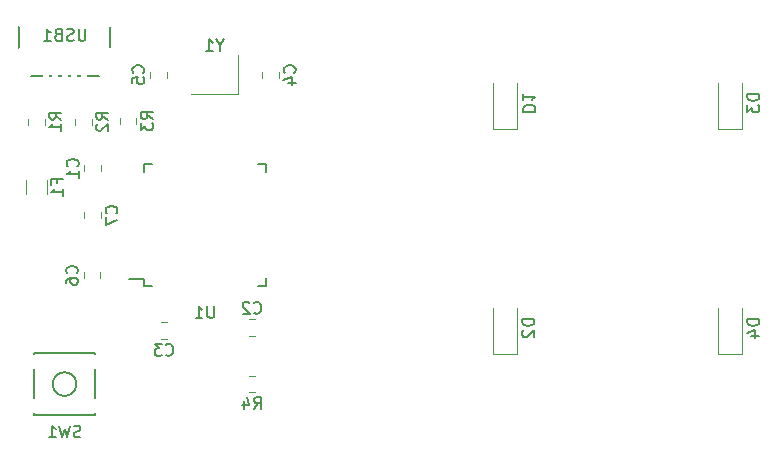
<source format=gbo>
G04 #@! TF.GenerationSoftware,KiCad,Pcbnew,(5.1.4-0-10_14)*
G04 #@! TF.CreationDate,2021-03-21T04:54:58+00:00*
G04 #@! TF.ProjectId,aio3,61696f33-2e6b-4696-9361-645f70636258,rev?*
G04 #@! TF.SameCoordinates,Original*
G04 #@! TF.FileFunction,Legend,Bot*
G04 #@! TF.FilePolarity,Positive*
%FSLAX46Y46*%
G04 Gerber Fmt 4.6, Leading zero omitted, Abs format (unit mm)*
G04 Created by KiCad (PCBNEW (5.1.4-0-10_14)) date 2021-03-21 04:54:58*
%MOMM*%
%LPD*%
G04 APERTURE LIST*
%ADD10C,0.150000*%
%ADD11C,0.120000*%
%ADD12O,1.802000X2.802000*%
%ADD13R,0.602000X2.352000*%
%ADD14R,1.902000X1.202000*%
%ADD15C,0.100000*%
%ADD16C,1.077000*%
%ADD17R,1.502000X1.302000*%
%ADD18R,0.652000X1.602000*%
%ADD19R,1.602000X0.652000*%
%ADD20R,1.302000X1.002000*%
%ADD21C,1.352000*%
%ADD22C,2.352000*%
%ADD23C,2.352000*%
%ADD24C,4.089800*%
%ADD25C,1.852000*%
G04 APERTURE END LIST*
D10*
X78763500Y-63500000D02*
X78763500Y-68950000D01*
X86463500Y-63500000D02*
X86463500Y-68950000D01*
X78763500Y-68950000D02*
X86463500Y-68950000D01*
X85181750Y-92459500D02*
X79981750Y-92459500D01*
X79981750Y-92459500D02*
X79981750Y-97659500D01*
X79981750Y-97659500D02*
X85181750Y-97659500D01*
X85181750Y-97659500D02*
X85181750Y-92459500D01*
X83581750Y-95059500D02*
G75*
G03X83581750Y-95059500I-1000000J0D01*
G01*
D11*
X98198172Y-94349500D02*
X98715328Y-94349500D01*
X98198172Y-95769500D02*
X98715328Y-95769500D01*
X97281750Y-70515750D02*
X93281750Y-70515750D01*
X97281750Y-67215750D02*
X97281750Y-70515750D01*
D10*
X89313000Y-86165750D02*
X88038000Y-86165750D01*
X99663000Y-86740750D02*
X98988000Y-86740750D01*
X99663000Y-76390750D02*
X98988000Y-76390750D01*
X89313000Y-76390750D02*
X89988000Y-76390750D01*
X89313000Y-86740750D02*
X89988000Y-86740750D01*
X89313000Y-76390750D02*
X89313000Y-77065750D01*
X99663000Y-76390750D02*
X99663000Y-77065750D01*
X99663000Y-86740750D02*
X99663000Y-86065750D01*
X89313000Y-86740750D02*
X89313000Y-86165750D01*
D11*
X87237500Y-73029578D02*
X87237500Y-72512422D01*
X88657500Y-73029578D02*
X88657500Y-72512422D01*
X83459250Y-73093078D02*
X83459250Y-72575922D01*
X84879250Y-73093078D02*
X84879250Y-72575922D01*
X98715328Y-91007000D02*
X98198172Y-91007000D01*
X98715328Y-89587000D02*
X98198172Y-89587000D01*
X139938000Y-73497000D02*
X137938000Y-73497000D01*
X137938000Y-73497000D02*
X137938000Y-69597000D01*
X139938000Y-73497000D02*
X139938000Y-69597000D01*
X85673000Y-76544672D02*
X85673000Y-77061828D01*
X84253000Y-76544672D02*
X84253000Y-77061828D01*
X79490500Y-73093078D02*
X79490500Y-72575922D01*
X80910500Y-73093078D02*
X80910500Y-72575922D01*
X90736922Y-89841000D02*
X91254078Y-89841000D01*
X90736922Y-91261000D02*
X91254078Y-91261000D01*
X99334250Y-69124328D02*
X99334250Y-68607172D01*
X100754250Y-69124328D02*
X100754250Y-68607172D01*
X91229250Y-68607172D02*
X91229250Y-69124328D01*
X89809250Y-68607172D02*
X89809250Y-69124328D01*
X85609500Y-85593422D02*
X85609500Y-86110578D01*
X84189500Y-85593422D02*
X84189500Y-86110578D01*
X120888000Y-92547000D02*
X118888000Y-92547000D01*
X118888000Y-92547000D02*
X118888000Y-88647000D01*
X120888000Y-92547000D02*
X120888000Y-88647000D01*
X84253000Y-81030578D02*
X84253000Y-80513422D01*
X85673000Y-81030578D02*
X85673000Y-80513422D01*
X120888000Y-73497000D02*
X118888000Y-73497000D01*
X118888000Y-73497000D02*
X118888000Y-69597000D01*
X120888000Y-73497000D02*
X120888000Y-69597000D01*
X79290500Y-78992814D02*
X79290500Y-77788686D01*
X81110500Y-78992814D02*
X81110500Y-77788686D01*
X139938000Y-92547000D02*
X137938000Y-92547000D01*
X137938000Y-92547000D02*
X137938000Y-88647000D01*
X139938000Y-92547000D02*
X139938000Y-88647000D01*
D10*
X84351595Y-64984380D02*
X84351595Y-65793904D01*
X84303976Y-65889142D01*
X84256357Y-65936761D01*
X84161119Y-65984380D01*
X83970642Y-65984380D01*
X83875404Y-65936761D01*
X83827785Y-65889142D01*
X83780166Y-65793904D01*
X83780166Y-64984380D01*
X83351595Y-65936761D02*
X83208738Y-65984380D01*
X82970642Y-65984380D01*
X82875404Y-65936761D01*
X82827785Y-65889142D01*
X82780166Y-65793904D01*
X82780166Y-65698666D01*
X82827785Y-65603428D01*
X82875404Y-65555809D01*
X82970642Y-65508190D01*
X83161119Y-65460571D01*
X83256357Y-65412952D01*
X83303976Y-65365333D01*
X83351595Y-65270095D01*
X83351595Y-65174857D01*
X83303976Y-65079619D01*
X83256357Y-65032000D01*
X83161119Y-64984380D01*
X82923023Y-64984380D01*
X82780166Y-65032000D01*
X82018261Y-65460571D02*
X81875404Y-65508190D01*
X81827785Y-65555809D01*
X81780166Y-65651047D01*
X81780166Y-65793904D01*
X81827785Y-65889142D01*
X81875404Y-65936761D01*
X81970642Y-65984380D01*
X82351595Y-65984380D01*
X82351595Y-64984380D01*
X82018261Y-64984380D01*
X81923023Y-65032000D01*
X81875404Y-65079619D01*
X81827785Y-65174857D01*
X81827785Y-65270095D01*
X81875404Y-65365333D01*
X81923023Y-65412952D01*
X82018261Y-65460571D01*
X82351595Y-65460571D01*
X80827785Y-65984380D02*
X81399214Y-65984380D01*
X81113500Y-65984380D02*
X81113500Y-64984380D01*
X81208738Y-65127238D01*
X81303976Y-65222476D01*
X81399214Y-65270095D01*
X83915083Y-99528261D02*
X83772226Y-99575880D01*
X83534130Y-99575880D01*
X83438892Y-99528261D01*
X83391273Y-99480642D01*
X83343654Y-99385404D01*
X83343654Y-99290166D01*
X83391273Y-99194928D01*
X83438892Y-99147309D01*
X83534130Y-99099690D01*
X83724607Y-99052071D01*
X83819845Y-99004452D01*
X83867464Y-98956833D01*
X83915083Y-98861595D01*
X83915083Y-98766357D01*
X83867464Y-98671119D01*
X83819845Y-98623500D01*
X83724607Y-98575880D01*
X83486511Y-98575880D01*
X83343654Y-98623500D01*
X83010321Y-98575880D02*
X82772226Y-99575880D01*
X82581750Y-98861595D01*
X82391273Y-99575880D01*
X82153178Y-98575880D01*
X81248416Y-99575880D02*
X81819845Y-99575880D01*
X81534130Y-99575880D02*
X81534130Y-98575880D01*
X81629369Y-98718738D01*
X81724607Y-98813976D01*
X81819845Y-98861595D01*
X98623416Y-97161880D02*
X98956750Y-96685690D01*
X99194845Y-97161880D02*
X99194845Y-96161880D01*
X98813892Y-96161880D01*
X98718654Y-96209500D01*
X98671035Y-96257119D01*
X98623416Y-96352357D01*
X98623416Y-96495214D01*
X98671035Y-96590452D01*
X98718654Y-96638071D01*
X98813892Y-96685690D01*
X99194845Y-96685690D01*
X97766273Y-96495214D02*
X97766273Y-97161880D01*
X98004369Y-96114261D02*
X98242464Y-96828547D01*
X97623416Y-96828547D01*
X95757940Y-66391940D02*
X95757940Y-66868130D01*
X96091273Y-65868130D02*
X95757940Y-66391940D01*
X95424607Y-65868130D01*
X94567464Y-66868130D02*
X95138892Y-66868130D01*
X94853178Y-66868130D02*
X94853178Y-65868130D01*
X94948416Y-66010988D01*
X95043654Y-66106226D01*
X95138892Y-66153845D01*
X95249904Y-88468130D02*
X95249904Y-89277654D01*
X95202285Y-89372892D01*
X95154666Y-89420511D01*
X95059428Y-89468130D01*
X94868952Y-89468130D01*
X94773714Y-89420511D01*
X94726095Y-89372892D01*
X94678476Y-89277654D01*
X94678476Y-88468130D01*
X93678476Y-89468130D02*
X94249904Y-89468130D01*
X93964190Y-89468130D02*
X93964190Y-88468130D01*
X94059428Y-88610988D01*
X94154666Y-88706226D01*
X94249904Y-88753845D01*
X90049880Y-72604333D02*
X89573690Y-72271000D01*
X90049880Y-72032904D02*
X89049880Y-72032904D01*
X89049880Y-72413857D01*
X89097500Y-72509095D01*
X89145119Y-72556714D01*
X89240357Y-72604333D01*
X89383214Y-72604333D01*
X89478452Y-72556714D01*
X89526071Y-72509095D01*
X89573690Y-72413857D01*
X89573690Y-72032904D01*
X89049880Y-72937666D02*
X89049880Y-73556714D01*
X89430833Y-73223380D01*
X89430833Y-73366238D01*
X89478452Y-73461476D01*
X89526071Y-73509095D01*
X89621309Y-73556714D01*
X89859404Y-73556714D01*
X89954642Y-73509095D01*
X90002261Y-73461476D01*
X90049880Y-73366238D01*
X90049880Y-73080523D01*
X90002261Y-72985285D01*
X89954642Y-72937666D01*
X86271630Y-72667833D02*
X85795440Y-72334500D01*
X86271630Y-72096404D02*
X85271630Y-72096404D01*
X85271630Y-72477357D01*
X85319250Y-72572595D01*
X85366869Y-72620214D01*
X85462107Y-72667833D01*
X85604964Y-72667833D01*
X85700202Y-72620214D01*
X85747821Y-72572595D01*
X85795440Y-72477357D01*
X85795440Y-72096404D01*
X85366869Y-73048785D02*
X85319250Y-73096404D01*
X85271630Y-73191642D01*
X85271630Y-73429738D01*
X85319250Y-73524976D01*
X85366869Y-73572595D01*
X85462107Y-73620214D01*
X85557345Y-73620214D01*
X85700202Y-73572595D01*
X86271630Y-73001166D01*
X86271630Y-73620214D01*
X98623416Y-89004142D02*
X98671035Y-89051761D01*
X98813892Y-89099380D01*
X98909130Y-89099380D01*
X99051988Y-89051761D01*
X99147226Y-88956523D01*
X99194845Y-88861285D01*
X99242464Y-88670809D01*
X99242464Y-88527952D01*
X99194845Y-88337476D01*
X99147226Y-88242238D01*
X99051988Y-88147000D01*
X98909130Y-88099380D01*
X98813892Y-88099380D01*
X98671035Y-88147000D01*
X98623416Y-88194619D01*
X98242464Y-88194619D02*
X98194845Y-88147000D01*
X98099607Y-88099380D01*
X97861511Y-88099380D01*
X97766273Y-88147000D01*
X97718654Y-88194619D01*
X97671035Y-88289857D01*
X97671035Y-88385095D01*
X97718654Y-88527952D01*
X98290083Y-89099380D01*
X97671035Y-89099380D01*
X141390380Y-70508904D02*
X140390380Y-70508904D01*
X140390380Y-70747000D01*
X140438000Y-70889857D01*
X140533238Y-70985095D01*
X140628476Y-71032714D01*
X140818952Y-71080333D01*
X140961809Y-71080333D01*
X141152285Y-71032714D01*
X141247523Y-70985095D01*
X141342761Y-70889857D01*
X141390380Y-70747000D01*
X141390380Y-70508904D01*
X140390380Y-71413666D02*
X140390380Y-72032714D01*
X140771333Y-71699380D01*
X140771333Y-71842238D01*
X140818952Y-71937476D01*
X140866571Y-71985095D01*
X140961809Y-72032714D01*
X141199904Y-72032714D01*
X141295142Y-71985095D01*
X141342761Y-71937476D01*
X141390380Y-71842238D01*
X141390380Y-71556523D01*
X141342761Y-71461285D01*
X141295142Y-71413666D01*
X83670142Y-76636583D02*
X83717761Y-76588964D01*
X83765380Y-76446107D01*
X83765380Y-76350869D01*
X83717761Y-76208011D01*
X83622523Y-76112773D01*
X83527285Y-76065154D01*
X83336809Y-76017535D01*
X83193952Y-76017535D01*
X83003476Y-76065154D01*
X82908238Y-76112773D01*
X82813000Y-76208011D01*
X82765380Y-76350869D01*
X82765380Y-76446107D01*
X82813000Y-76588964D01*
X82860619Y-76636583D01*
X83765380Y-77588964D02*
X83765380Y-77017535D01*
X83765380Y-77303250D02*
X82765380Y-77303250D01*
X82908238Y-77208011D01*
X83003476Y-77112773D01*
X83051095Y-77017535D01*
X82302880Y-72667833D02*
X81826690Y-72334500D01*
X82302880Y-72096404D02*
X81302880Y-72096404D01*
X81302880Y-72477357D01*
X81350500Y-72572595D01*
X81398119Y-72620214D01*
X81493357Y-72667833D01*
X81636214Y-72667833D01*
X81731452Y-72620214D01*
X81779071Y-72572595D01*
X81826690Y-72477357D01*
X81826690Y-72096404D01*
X82302880Y-73620214D02*
X82302880Y-73048785D01*
X82302880Y-73334500D02*
X81302880Y-73334500D01*
X81445738Y-73239261D01*
X81540976Y-73144023D01*
X81588595Y-73048785D01*
X91162166Y-92558142D02*
X91209785Y-92605761D01*
X91352642Y-92653380D01*
X91447880Y-92653380D01*
X91590738Y-92605761D01*
X91685976Y-92510523D01*
X91733595Y-92415285D01*
X91781214Y-92224809D01*
X91781214Y-92081952D01*
X91733595Y-91891476D01*
X91685976Y-91796238D01*
X91590738Y-91701000D01*
X91447880Y-91653380D01*
X91352642Y-91653380D01*
X91209785Y-91701000D01*
X91162166Y-91748619D01*
X90828833Y-91653380D02*
X90209785Y-91653380D01*
X90543119Y-92034333D01*
X90400261Y-92034333D01*
X90305023Y-92081952D01*
X90257404Y-92129571D01*
X90209785Y-92224809D01*
X90209785Y-92462904D01*
X90257404Y-92558142D01*
X90305023Y-92605761D01*
X90400261Y-92653380D01*
X90685976Y-92653380D01*
X90781214Y-92605761D01*
X90828833Y-92558142D01*
X102051392Y-68699083D02*
X102099011Y-68651464D01*
X102146630Y-68508607D01*
X102146630Y-68413369D01*
X102099011Y-68270511D01*
X102003773Y-68175273D01*
X101908535Y-68127654D01*
X101718059Y-68080035D01*
X101575202Y-68080035D01*
X101384726Y-68127654D01*
X101289488Y-68175273D01*
X101194250Y-68270511D01*
X101146630Y-68413369D01*
X101146630Y-68508607D01*
X101194250Y-68651464D01*
X101241869Y-68699083D01*
X101479964Y-69556226D02*
X102146630Y-69556226D01*
X101099011Y-69318130D02*
X101813297Y-69080035D01*
X101813297Y-69699083D01*
X89226392Y-68699083D02*
X89274011Y-68651464D01*
X89321630Y-68508607D01*
X89321630Y-68413369D01*
X89274011Y-68270511D01*
X89178773Y-68175273D01*
X89083535Y-68127654D01*
X88893059Y-68080035D01*
X88750202Y-68080035D01*
X88559726Y-68127654D01*
X88464488Y-68175273D01*
X88369250Y-68270511D01*
X88321630Y-68413369D01*
X88321630Y-68508607D01*
X88369250Y-68651464D01*
X88416869Y-68699083D01*
X88321630Y-69603845D02*
X88321630Y-69127654D01*
X88797821Y-69080035D01*
X88750202Y-69127654D01*
X88702583Y-69222892D01*
X88702583Y-69460988D01*
X88750202Y-69556226D01*
X88797821Y-69603845D01*
X88893059Y-69651464D01*
X89131154Y-69651464D01*
X89226392Y-69603845D01*
X89274011Y-69556226D01*
X89321630Y-69460988D01*
X89321630Y-69222892D01*
X89274011Y-69127654D01*
X89226392Y-69080035D01*
X83606642Y-85685333D02*
X83654261Y-85637714D01*
X83701880Y-85494857D01*
X83701880Y-85399619D01*
X83654261Y-85256761D01*
X83559023Y-85161523D01*
X83463785Y-85113904D01*
X83273309Y-85066285D01*
X83130452Y-85066285D01*
X82939976Y-85113904D01*
X82844738Y-85161523D01*
X82749500Y-85256761D01*
X82701880Y-85399619D01*
X82701880Y-85494857D01*
X82749500Y-85637714D01*
X82797119Y-85685333D01*
X82701880Y-86542476D02*
X82701880Y-86352000D01*
X82749500Y-86256761D01*
X82797119Y-86209142D01*
X82939976Y-86113904D01*
X83130452Y-86066285D01*
X83511404Y-86066285D01*
X83606642Y-86113904D01*
X83654261Y-86161523D01*
X83701880Y-86256761D01*
X83701880Y-86447238D01*
X83654261Y-86542476D01*
X83606642Y-86590095D01*
X83511404Y-86637714D01*
X83273309Y-86637714D01*
X83178071Y-86590095D01*
X83130452Y-86542476D01*
X83082833Y-86447238D01*
X83082833Y-86256761D01*
X83130452Y-86161523D01*
X83178071Y-86113904D01*
X83273309Y-86066285D01*
X122340380Y-89558904D02*
X121340380Y-89558904D01*
X121340380Y-89797000D01*
X121388000Y-89939857D01*
X121483238Y-90035095D01*
X121578476Y-90082714D01*
X121768952Y-90130333D01*
X121911809Y-90130333D01*
X122102285Y-90082714D01*
X122197523Y-90035095D01*
X122292761Y-89939857D01*
X122340380Y-89797000D01*
X122340380Y-89558904D01*
X121435619Y-90511285D02*
X121388000Y-90558904D01*
X121340380Y-90654142D01*
X121340380Y-90892238D01*
X121388000Y-90987476D01*
X121435619Y-91035095D01*
X121530857Y-91082714D01*
X121626095Y-91082714D01*
X121768952Y-91035095D01*
X122340380Y-90463666D01*
X122340380Y-91082714D01*
X86970142Y-80605333D02*
X87017761Y-80557714D01*
X87065380Y-80414857D01*
X87065380Y-80319619D01*
X87017761Y-80176761D01*
X86922523Y-80081523D01*
X86827285Y-80033904D01*
X86636809Y-79986285D01*
X86493952Y-79986285D01*
X86303476Y-80033904D01*
X86208238Y-80081523D01*
X86113000Y-80176761D01*
X86065380Y-80319619D01*
X86065380Y-80414857D01*
X86113000Y-80557714D01*
X86160619Y-80605333D01*
X86065380Y-80938666D02*
X86065380Y-81605333D01*
X87065380Y-81176761D01*
X121435619Y-71985095D02*
X122435619Y-71985095D01*
X122435619Y-71747000D01*
X122388000Y-71604142D01*
X122292761Y-71508904D01*
X122197523Y-71461285D01*
X122007047Y-71413666D01*
X121864190Y-71413666D01*
X121673714Y-71461285D01*
X121578476Y-71508904D01*
X121483238Y-71604142D01*
X121435619Y-71747000D01*
X121435619Y-71985095D01*
X121435619Y-70461285D02*
X121435619Y-71032714D01*
X121435619Y-70747000D02*
X122435619Y-70747000D01*
X122292761Y-70842238D01*
X122197523Y-70937476D01*
X122149904Y-71032714D01*
X81949071Y-78057416D02*
X81949071Y-77724083D01*
X82472880Y-77724083D02*
X81472880Y-77724083D01*
X81472880Y-78200273D01*
X82472880Y-79105035D02*
X82472880Y-78533607D01*
X82472880Y-78819321D02*
X81472880Y-78819321D01*
X81615738Y-78724083D01*
X81710976Y-78628845D01*
X81758595Y-78533607D01*
X141390380Y-89558904D02*
X140390380Y-89558904D01*
X140390380Y-89797000D01*
X140438000Y-89939857D01*
X140533238Y-90035095D01*
X140628476Y-90082714D01*
X140818952Y-90130333D01*
X140961809Y-90130333D01*
X141152285Y-90082714D01*
X141247523Y-90035095D01*
X141342761Y-89939857D01*
X141390380Y-89797000D01*
X141390380Y-89558904D01*
X140723714Y-90987476D02*
X141390380Y-90987476D01*
X140342761Y-90749380D02*
X141057047Y-90511285D01*
X141057047Y-91130333D01*
%LPC*%
D12*
X78963500Y-63500000D03*
X86263500Y-63500000D03*
X86263500Y-68000000D03*
X78963500Y-68000000D03*
D13*
X81013500Y-68000000D03*
X81813500Y-68000000D03*
X82613500Y-68000000D03*
X83413500Y-68000000D03*
X84213500Y-68000000D03*
D14*
X85681750Y-96909500D03*
X79481750Y-93209500D03*
X85681750Y-93209500D03*
X79481750Y-96909500D03*
D15*
G36*
X99689891Y-94309797D02*
G01*
X99716028Y-94313674D01*
X99741659Y-94320094D01*
X99766538Y-94328995D01*
X99790424Y-94340293D01*
X99813087Y-94353877D01*
X99834310Y-94369617D01*
X99853889Y-94387361D01*
X99871633Y-94406940D01*
X99887373Y-94428163D01*
X99900957Y-94450826D01*
X99912255Y-94474712D01*
X99921156Y-94499591D01*
X99927576Y-94525222D01*
X99931453Y-94551359D01*
X99932750Y-94577750D01*
X99932750Y-95541250D01*
X99931453Y-95567641D01*
X99927576Y-95593778D01*
X99921156Y-95619409D01*
X99912255Y-95644288D01*
X99900957Y-95668174D01*
X99887373Y-95690837D01*
X99871633Y-95712060D01*
X99853889Y-95731639D01*
X99834310Y-95749383D01*
X99813087Y-95765123D01*
X99790424Y-95778707D01*
X99766538Y-95790005D01*
X99741659Y-95798906D01*
X99716028Y-95805326D01*
X99689891Y-95809203D01*
X99663500Y-95810500D01*
X99125000Y-95810500D01*
X99098609Y-95809203D01*
X99072472Y-95805326D01*
X99046841Y-95798906D01*
X99021962Y-95790005D01*
X98998076Y-95778707D01*
X98975413Y-95765123D01*
X98954190Y-95749383D01*
X98934611Y-95731639D01*
X98916867Y-95712060D01*
X98901127Y-95690837D01*
X98887543Y-95668174D01*
X98876245Y-95644288D01*
X98867344Y-95619409D01*
X98860924Y-95593778D01*
X98857047Y-95567641D01*
X98855750Y-95541250D01*
X98855750Y-94577750D01*
X98857047Y-94551359D01*
X98860924Y-94525222D01*
X98867344Y-94499591D01*
X98876245Y-94474712D01*
X98887543Y-94450826D01*
X98901127Y-94428163D01*
X98916867Y-94406940D01*
X98934611Y-94387361D01*
X98954190Y-94369617D01*
X98975413Y-94353877D01*
X98998076Y-94340293D01*
X99021962Y-94328995D01*
X99046841Y-94320094D01*
X99072472Y-94313674D01*
X99098609Y-94309797D01*
X99125000Y-94308500D01*
X99663500Y-94308500D01*
X99689891Y-94309797D01*
X99689891Y-94309797D01*
G37*
D16*
X99394250Y-95059500D03*
D15*
G36*
X97814891Y-94309797D02*
G01*
X97841028Y-94313674D01*
X97866659Y-94320094D01*
X97891538Y-94328995D01*
X97915424Y-94340293D01*
X97938087Y-94353877D01*
X97959310Y-94369617D01*
X97978889Y-94387361D01*
X97996633Y-94406940D01*
X98012373Y-94428163D01*
X98025957Y-94450826D01*
X98037255Y-94474712D01*
X98046156Y-94499591D01*
X98052576Y-94525222D01*
X98056453Y-94551359D01*
X98057750Y-94577750D01*
X98057750Y-95541250D01*
X98056453Y-95567641D01*
X98052576Y-95593778D01*
X98046156Y-95619409D01*
X98037255Y-95644288D01*
X98025957Y-95668174D01*
X98012373Y-95690837D01*
X97996633Y-95712060D01*
X97978889Y-95731639D01*
X97959310Y-95749383D01*
X97938087Y-95765123D01*
X97915424Y-95778707D01*
X97891538Y-95790005D01*
X97866659Y-95798906D01*
X97841028Y-95805326D01*
X97814891Y-95809203D01*
X97788500Y-95810500D01*
X97250000Y-95810500D01*
X97223609Y-95809203D01*
X97197472Y-95805326D01*
X97171841Y-95798906D01*
X97146962Y-95790005D01*
X97123076Y-95778707D01*
X97100413Y-95765123D01*
X97079190Y-95749383D01*
X97059611Y-95731639D01*
X97041867Y-95712060D01*
X97026127Y-95690837D01*
X97012543Y-95668174D01*
X97001245Y-95644288D01*
X96992344Y-95619409D01*
X96985924Y-95593778D01*
X96982047Y-95567641D01*
X96980750Y-95541250D01*
X96980750Y-94577750D01*
X96982047Y-94551359D01*
X96985924Y-94525222D01*
X96992344Y-94499591D01*
X97001245Y-94474712D01*
X97012543Y-94450826D01*
X97026127Y-94428163D01*
X97041867Y-94406940D01*
X97059611Y-94387361D01*
X97079190Y-94369617D01*
X97100413Y-94353877D01*
X97123076Y-94340293D01*
X97146962Y-94328995D01*
X97171841Y-94320094D01*
X97197472Y-94313674D01*
X97223609Y-94309797D01*
X97250000Y-94308500D01*
X97788500Y-94308500D01*
X97814891Y-94309797D01*
X97814891Y-94309797D01*
G37*
D16*
X97519250Y-95059500D03*
D17*
X96381750Y-68015750D03*
X94181750Y-68015750D03*
X94181750Y-69715750D03*
X96381750Y-69715750D03*
D18*
X90488000Y-87265750D03*
X91288000Y-87265750D03*
X92088000Y-87265750D03*
X92888000Y-87265750D03*
X93688000Y-87265750D03*
X94488000Y-87265750D03*
X95288000Y-87265750D03*
X96088000Y-87265750D03*
X96888000Y-87265750D03*
X97688000Y-87265750D03*
X98488000Y-87265750D03*
D19*
X100188000Y-85565750D03*
X100188000Y-84765750D03*
X100188000Y-83965750D03*
X100188000Y-83165750D03*
X100188000Y-82365750D03*
X100188000Y-81565750D03*
X100188000Y-80765750D03*
X100188000Y-79965750D03*
X100188000Y-79165750D03*
X100188000Y-78365750D03*
X100188000Y-77565750D03*
D18*
X98488000Y-75865750D03*
X97688000Y-75865750D03*
X96888000Y-75865750D03*
X96088000Y-75865750D03*
X95288000Y-75865750D03*
X94488000Y-75865750D03*
X93688000Y-75865750D03*
X92888000Y-75865750D03*
X92088000Y-75865750D03*
X91288000Y-75865750D03*
X90488000Y-75865750D03*
D19*
X88788000Y-77565750D03*
X88788000Y-78365750D03*
X88788000Y-79165750D03*
X88788000Y-79965750D03*
X88788000Y-80765750D03*
X88788000Y-81565750D03*
X88788000Y-82365750D03*
X88788000Y-83165750D03*
X88788000Y-83965750D03*
X88788000Y-84765750D03*
X88788000Y-85565750D03*
D15*
G36*
X88455641Y-71296297D02*
G01*
X88481778Y-71300174D01*
X88507409Y-71306594D01*
X88532288Y-71315495D01*
X88556174Y-71326793D01*
X88578837Y-71340377D01*
X88600060Y-71356117D01*
X88619639Y-71373861D01*
X88637383Y-71393440D01*
X88653123Y-71414663D01*
X88666707Y-71437326D01*
X88678005Y-71461212D01*
X88686906Y-71486091D01*
X88693326Y-71511722D01*
X88697203Y-71537859D01*
X88698500Y-71564250D01*
X88698500Y-72102750D01*
X88697203Y-72129141D01*
X88693326Y-72155278D01*
X88686906Y-72180909D01*
X88678005Y-72205788D01*
X88666707Y-72229674D01*
X88653123Y-72252337D01*
X88637383Y-72273560D01*
X88619639Y-72293139D01*
X88600060Y-72310883D01*
X88578837Y-72326623D01*
X88556174Y-72340207D01*
X88532288Y-72351505D01*
X88507409Y-72360406D01*
X88481778Y-72366826D01*
X88455641Y-72370703D01*
X88429250Y-72372000D01*
X87465750Y-72372000D01*
X87439359Y-72370703D01*
X87413222Y-72366826D01*
X87387591Y-72360406D01*
X87362712Y-72351505D01*
X87338826Y-72340207D01*
X87316163Y-72326623D01*
X87294940Y-72310883D01*
X87275361Y-72293139D01*
X87257617Y-72273560D01*
X87241877Y-72252337D01*
X87228293Y-72229674D01*
X87216995Y-72205788D01*
X87208094Y-72180909D01*
X87201674Y-72155278D01*
X87197797Y-72129141D01*
X87196500Y-72102750D01*
X87196500Y-71564250D01*
X87197797Y-71537859D01*
X87201674Y-71511722D01*
X87208094Y-71486091D01*
X87216995Y-71461212D01*
X87228293Y-71437326D01*
X87241877Y-71414663D01*
X87257617Y-71393440D01*
X87275361Y-71373861D01*
X87294940Y-71356117D01*
X87316163Y-71340377D01*
X87338826Y-71326793D01*
X87362712Y-71315495D01*
X87387591Y-71306594D01*
X87413222Y-71300174D01*
X87439359Y-71296297D01*
X87465750Y-71295000D01*
X88429250Y-71295000D01*
X88455641Y-71296297D01*
X88455641Y-71296297D01*
G37*
D16*
X87947500Y-71833500D03*
D15*
G36*
X88455641Y-73171297D02*
G01*
X88481778Y-73175174D01*
X88507409Y-73181594D01*
X88532288Y-73190495D01*
X88556174Y-73201793D01*
X88578837Y-73215377D01*
X88600060Y-73231117D01*
X88619639Y-73248861D01*
X88637383Y-73268440D01*
X88653123Y-73289663D01*
X88666707Y-73312326D01*
X88678005Y-73336212D01*
X88686906Y-73361091D01*
X88693326Y-73386722D01*
X88697203Y-73412859D01*
X88698500Y-73439250D01*
X88698500Y-73977750D01*
X88697203Y-74004141D01*
X88693326Y-74030278D01*
X88686906Y-74055909D01*
X88678005Y-74080788D01*
X88666707Y-74104674D01*
X88653123Y-74127337D01*
X88637383Y-74148560D01*
X88619639Y-74168139D01*
X88600060Y-74185883D01*
X88578837Y-74201623D01*
X88556174Y-74215207D01*
X88532288Y-74226505D01*
X88507409Y-74235406D01*
X88481778Y-74241826D01*
X88455641Y-74245703D01*
X88429250Y-74247000D01*
X87465750Y-74247000D01*
X87439359Y-74245703D01*
X87413222Y-74241826D01*
X87387591Y-74235406D01*
X87362712Y-74226505D01*
X87338826Y-74215207D01*
X87316163Y-74201623D01*
X87294940Y-74185883D01*
X87275361Y-74168139D01*
X87257617Y-74148560D01*
X87241877Y-74127337D01*
X87228293Y-74104674D01*
X87216995Y-74080788D01*
X87208094Y-74055909D01*
X87201674Y-74030278D01*
X87197797Y-74004141D01*
X87196500Y-73977750D01*
X87196500Y-73439250D01*
X87197797Y-73412859D01*
X87201674Y-73386722D01*
X87208094Y-73361091D01*
X87216995Y-73336212D01*
X87228293Y-73312326D01*
X87241877Y-73289663D01*
X87257617Y-73268440D01*
X87275361Y-73248861D01*
X87294940Y-73231117D01*
X87316163Y-73215377D01*
X87338826Y-73201793D01*
X87362712Y-73190495D01*
X87387591Y-73181594D01*
X87413222Y-73175174D01*
X87439359Y-73171297D01*
X87465750Y-73170000D01*
X88429250Y-73170000D01*
X88455641Y-73171297D01*
X88455641Y-73171297D01*
G37*
D16*
X87947500Y-73708500D03*
D15*
G36*
X84677391Y-71359797D02*
G01*
X84703528Y-71363674D01*
X84729159Y-71370094D01*
X84754038Y-71378995D01*
X84777924Y-71390293D01*
X84800587Y-71403877D01*
X84821810Y-71419617D01*
X84841389Y-71437361D01*
X84859133Y-71456940D01*
X84874873Y-71478163D01*
X84888457Y-71500826D01*
X84899755Y-71524712D01*
X84908656Y-71549591D01*
X84915076Y-71575222D01*
X84918953Y-71601359D01*
X84920250Y-71627750D01*
X84920250Y-72166250D01*
X84918953Y-72192641D01*
X84915076Y-72218778D01*
X84908656Y-72244409D01*
X84899755Y-72269288D01*
X84888457Y-72293174D01*
X84874873Y-72315837D01*
X84859133Y-72337060D01*
X84841389Y-72356639D01*
X84821810Y-72374383D01*
X84800587Y-72390123D01*
X84777924Y-72403707D01*
X84754038Y-72415005D01*
X84729159Y-72423906D01*
X84703528Y-72430326D01*
X84677391Y-72434203D01*
X84651000Y-72435500D01*
X83687500Y-72435500D01*
X83661109Y-72434203D01*
X83634972Y-72430326D01*
X83609341Y-72423906D01*
X83584462Y-72415005D01*
X83560576Y-72403707D01*
X83537913Y-72390123D01*
X83516690Y-72374383D01*
X83497111Y-72356639D01*
X83479367Y-72337060D01*
X83463627Y-72315837D01*
X83450043Y-72293174D01*
X83438745Y-72269288D01*
X83429844Y-72244409D01*
X83423424Y-72218778D01*
X83419547Y-72192641D01*
X83418250Y-72166250D01*
X83418250Y-71627750D01*
X83419547Y-71601359D01*
X83423424Y-71575222D01*
X83429844Y-71549591D01*
X83438745Y-71524712D01*
X83450043Y-71500826D01*
X83463627Y-71478163D01*
X83479367Y-71456940D01*
X83497111Y-71437361D01*
X83516690Y-71419617D01*
X83537913Y-71403877D01*
X83560576Y-71390293D01*
X83584462Y-71378995D01*
X83609341Y-71370094D01*
X83634972Y-71363674D01*
X83661109Y-71359797D01*
X83687500Y-71358500D01*
X84651000Y-71358500D01*
X84677391Y-71359797D01*
X84677391Y-71359797D01*
G37*
D16*
X84169250Y-71897000D03*
D15*
G36*
X84677391Y-73234797D02*
G01*
X84703528Y-73238674D01*
X84729159Y-73245094D01*
X84754038Y-73253995D01*
X84777924Y-73265293D01*
X84800587Y-73278877D01*
X84821810Y-73294617D01*
X84841389Y-73312361D01*
X84859133Y-73331940D01*
X84874873Y-73353163D01*
X84888457Y-73375826D01*
X84899755Y-73399712D01*
X84908656Y-73424591D01*
X84915076Y-73450222D01*
X84918953Y-73476359D01*
X84920250Y-73502750D01*
X84920250Y-74041250D01*
X84918953Y-74067641D01*
X84915076Y-74093778D01*
X84908656Y-74119409D01*
X84899755Y-74144288D01*
X84888457Y-74168174D01*
X84874873Y-74190837D01*
X84859133Y-74212060D01*
X84841389Y-74231639D01*
X84821810Y-74249383D01*
X84800587Y-74265123D01*
X84777924Y-74278707D01*
X84754038Y-74290005D01*
X84729159Y-74298906D01*
X84703528Y-74305326D01*
X84677391Y-74309203D01*
X84651000Y-74310500D01*
X83687500Y-74310500D01*
X83661109Y-74309203D01*
X83634972Y-74305326D01*
X83609341Y-74298906D01*
X83584462Y-74290005D01*
X83560576Y-74278707D01*
X83537913Y-74265123D01*
X83516690Y-74249383D01*
X83497111Y-74231639D01*
X83479367Y-74212060D01*
X83463627Y-74190837D01*
X83450043Y-74168174D01*
X83438745Y-74144288D01*
X83429844Y-74119409D01*
X83423424Y-74093778D01*
X83419547Y-74067641D01*
X83418250Y-74041250D01*
X83418250Y-73502750D01*
X83419547Y-73476359D01*
X83423424Y-73450222D01*
X83429844Y-73424591D01*
X83438745Y-73399712D01*
X83450043Y-73375826D01*
X83463627Y-73353163D01*
X83479367Y-73331940D01*
X83497111Y-73312361D01*
X83516690Y-73294617D01*
X83537913Y-73278877D01*
X83560576Y-73265293D01*
X83584462Y-73253995D01*
X83609341Y-73245094D01*
X83634972Y-73238674D01*
X83661109Y-73234797D01*
X83687500Y-73233500D01*
X84651000Y-73233500D01*
X84677391Y-73234797D01*
X84677391Y-73234797D01*
G37*
D16*
X84169250Y-73772000D03*
D15*
G36*
X97814891Y-89547297D02*
G01*
X97841028Y-89551174D01*
X97866659Y-89557594D01*
X97891538Y-89566495D01*
X97915424Y-89577793D01*
X97938087Y-89591377D01*
X97959310Y-89607117D01*
X97978889Y-89624861D01*
X97996633Y-89644440D01*
X98012373Y-89665663D01*
X98025957Y-89688326D01*
X98037255Y-89712212D01*
X98046156Y-89737091D01*
X98052576Y-89762722D01*
X98056453Y-89788859D01*
X98057750Y-89815250D01*
X98057750Y-90778750D01*
X98056453Y-90805141D01*
X98052576Y-90831278D01*
X98046156Y-90856909D01*
X98037255Y-90881788D01*
X98025957Y-90905674D01*
X98012373Y-90928337D01*
X97996633Y-90949560D01*
X97978889Y-90969139D01*
X97959310Y-90986883D01*
X97938087Y-91002623D01*
X97915424Y-91016207D01*
X97891538Y-91027505D01*
X97866659Y-91036406D01*
X97841028Y-91042826D01*
X97814891Y-91046703D01*
X97788500Y-91048000D01*
X97250000Y-91048000D01*
X97223609Y-91046703D01*
X97197472Y-91042826D01*
X97171841Y-91036406D01*
X97146962Y-91027505D01*
X97123076Y-91016207D01*
X97100413Y-91002623D01*
X97079190Y-90986883D01*
X97059611Y-90969139D01*
X97041867Y-90949560D01*
X97026127Y-90928337D01*
X97012543Y-90905674D01*
X97001245Y-90881788D01*
X96992344Y-90856909D01*
X96985924Y-90831278D01*
X96982047Y-90805141D01*
X96980750Y-90778750D01*
X96980750Y-89815250D01*
X96982047Y-89788859D01*
X96985924Y-89762722D01*
X96992344Y-89737091D01*
X97001245Y-89712212D01*
X97012543Y-89688326D01*
X97026127Y-89665663D01*
X97041867Y-89644440D01*
X97059611Y-89624861D01*
X97079190Y-89607117D01*
X97100413Y-89591377D01*
X97123076Y-89577793D01*
X97146962Y-89566495D01*
X97171841Y-89557594D01*
X97197472Y-89551174D01*
X97223609Y-89547297D01*
X97250000Y-89546000D01*
X97788500Y-89546000D01*
X97814891Y-89547297D01*
X97814891Y-89547297D01*
G37*
D16*
X97519250Y-90297000D03*
D15*
G36*
X99689891Y-89547297D02*
G01*
X99716028Y-89551174D01*
X99741659Y-89557594D01*
X99766538Y-89566495D01*
X99790424Y-89577793D01*
X99813087Y-89591377D01*
X99834310Y-89607117D01*
X99853889Y-89624861D01*
X99871633Y-89644440D01*
X99887373Y-89665663D01*
X99900957Y-89688326D01*
X99912255Y-89712212D01*
X99921156Y-89737091D01*
X99927576Y-89762722D01*
X99931453Y-89788859D01*
X99932750Y-89815250D01*
X99932750Y-90778750D01*
X99931453Y-90805141D01*
X99927576Y-90831278D01*
X99921156Y-90856909D01*
X99912255Y-90881788D01*
X99900957Y-90905674D01*
X99887373Y-90928337D01*
X99871633Y-90949560D01*
X99853889Y-90969139D01*
X99834310Y-90986883D01*
X99813087Y-91002623D01*
X99790424Y-91016207D01*
X99766538Y-91027505D01*
X99741659Y-91036406D01*
X99716028Y-91042826D01*
X99689891Y-91046703D01*
X99663500Y-91048000D01*
X99125000Y-91048000D01*
X99098609Y-91046703D01*
X99072472Y-91042826D01*
X99046841Y-91036406D01*
X99021962Y-91027505D01*
X98998076Y-91016207D01*
X98975413Y-91002623D01*
X98954190Y-90986883D01*
X98934611Y-90969139D01*
X98916867Y-90949560D01*
X98901127Y-90928337D01*
X98887543Y-90905674D01*
X98876245Y-90881788D01*
X98867344Y-90856909D01*
X98860924Y-90831278D01*
X98857047Y-90805141D01*
X98855750Y-90778750D01*
X98855750Y-89815250D01*
X98857047Y-89788859D01*
X98860924Y-89762722D01*
X98867344Y-89737091D01*
X98876245Y-89712212D01*
X98887543Y-89688326D01*
X98901127Y-89665663D01*
X98916867Y-89644440D01*
X98934611Y-89624861D01*
X98954190Y-89607117D01*
X98975413Y-89591377D01*
X98998076Y-89577793D01*
X99021962Y-89566495D01*
X99046841Y-89557594D01*
X99072472Y-89551174D01*
X99098609Y-89547297D01*
X99125000Y-89546000D01*
X99663500Y-89546000D01*
X99689891Y-89547297D01*
X99689891Y-89547297D01*
G37*
D16*
X99394250Y-90297000D03*
D20*
X138938000Y-72897000D03*
X138938000Y-69597000D03*
D15*
G36*
X85471141Y-77203547D02*
G01*
X85497278Y-77207424D01*
X85522909Y-77213844D01*
X85547788Y-77222745D01*
X85571674Y-77234043D01*
X85594337Y-77247627D01*
X85615560Y-77263367D01*
X85635139Y-77281111D01*
X85652883Y-77300690D01*
X85668623Y-77321913D01*
X85682207Y-77344576D01*
X85693505Y-77368462D01*
X85702406Y-77393341D01*
X85708826Y-77418972D01*
X85712703Y-77445109D01*
X85714000Y-77471500D01*
X85714000Y-78010000D01*
X85712703Y-78036391D01*
X85708826Y-78062528D01*
X85702406Y-78088159D01*
X85693505Y-78113038D01*
X85682207Y-78136924D01*
X85668623Y-78159587D01*
X85652883Y-78180810D01*
X85635139Y-78200389D01*
X85615560Y-78218133D01*
X85594337Y-78233873D01*
X85571674Y-78247457D01*
X85547788Y-78258755D01*
X85522909Y-78267656D01*
X85497278Y-78274076D01*
X85471141Y-78277953D01*
X85444750Y-78279250D01*
X84481250Y-78279250D01*
X84454859Y-78277953D01*
X84428722Y-78274076D01*
X84403091Y-78267656D01*
X84378212Y-78258755D01*
X84354326Y-78247457D01*
X84331663Y-78233873D01*
X84310440Y-78218133D01*
X84290861Y-78200389D01*
X84273117Y-78180810D01*
X84257377Y-78159587D01*
X84243793Y-78136924D01*
X84232495Y-78113038D01*
X84223594Y-78088159D01*
X84217174Y-78062528D01*
X84213297Y-78036391D01*
X84212000Y-78010000D01*
X84212000Y-77471500D01*
X84213297Y-77445109D01*
X84217174Y-77418972D01*
X84223594Y-77393341D01*
X84232495Y-77368462D01*
X84243793Y-77344576D01*
X84257377Y-77321913D01*
X84273117Y-77300690D01*
X84290861Y-77281111D01*
X84310440Y-77263367D01*
X84331663Y-77247627D01*
X84354326Y-77234043D01*
X84378212Y-77222745D01*
X84403091Y-77213844D01*
X84428722Y-77207424D01*
X84454859Y-77203547D01*
X84481250Y-77202250D01*
X85444750Y-77202250D01*
X85471141Y-77203547D01*
X85471141Y-77203547D01*
G37*
D16*
X84963000Y-77740750D03*
D15*
G36*
X85471141Y-75328547D02*
G01*
X85497278Y-75332424D01*
X85522909Y-75338844D01*
X85547788Y-75347745D01*
X85571674Y-75359043D01*
X85594337Y-75372627D01*
X85615560Y-75388367D01*
X85635139Y-75406111D01*
X85652883Y-75425690D01*
X85668623Y-75446913D01*
X85682207Y-75469576D01*
X85693505Y-75493462D01*
X85702406Y-75518341D01*
X85708826Y-75543972D01*
X85712703Y-75570109D01*
X85714000Y-75596500D01*
X85714000Y-76135000D01*
X85712703Y-76161391D01*
X85708826Y-76187528D01*
X85702406Y-76213159D01*
X85693505Y-76238038D01*
X85682207Y-76261924D01*
X85668623Y-76284587D01*
X85652883Y-76305810D01*
X85635139Y-76325389D01*
X85615560Y-76343133D01*
X85594337Y-76358873D01*
X85571674Y-76372457D01*
X85547788Y-76383755D01*
X85522909Y-76392656D01*
X85497278Y-76399076D01*
X85471141Y-76402953D01*
X85444750Y-76404250D01*
X84481250Y-76404250D01*
X84454859Y-76402953D01*
X84428722Y-76399076D01*
X84403091Y-76392656D01*
X84378212Y-76383755D01*
X84354326Y-76372457D01*
X84331663Y-76358873D01*
X84310440Y-76343133D01*
X84290861Y-76325389D01*
X84273117Y-76305810D01*
X84257377Y-76284587D01*
X84243793Y-76261924D01*
X84232495Y-76238038D01*
X84223594Y-76213159D01*
X84217174Y-76187528D01*
X84213297Y-76161391D01*
X84212000Y-76135000D01*
X84212000Y-75596500D01*
X84213297Y-75570109D01*
X84217174Y-75543972D01*
X84223594Y-75518341D01*
X84232495Y-75493462D01*
X84243793Y-75469576D01*
X84257377Y-75446913D01*
X84273117Y-75425690D01*
X84290861Y-75406111D01*
X84310440Y-75388367D01*
X84331663Y-75372627D01*
X84354326Y-75359043D01*
X84378212Y-75347745D01*
X84403091Y-75338844D01*
X84428722Y-75332424D01*
X84454859Y-75328547D01*
X84481250Y-75327250D01*
X85444750Y-75327250D01*
X85471141Y-75328547D01*
X85471141Y-75328547D01*
G37*
D16*
X84963000Y-75865750D03*
D15*
G36*
X80708641Y-71359797D02*
G01*
X80734778Y-71363674D01*
X80760409Y-71370094D01*
X80785288Y-71378995D01*
X80809174Y-71390293D01*
X80831837Y-71403877D01*
X80853060Y-71419617D01*
X80872639Y-71437361D01*
X80890383Y-71456940D01*
X80906123Y-71478163D01*
X80919707Y-71500826D01*
X80931005Y-71524712D01*
X80939906Y-71549591D01*
X80946326Y-71575222D01*
X80950203Y-71601359D01*
X80951500Y-71627750D01*
X80951500Y-72166250D01*
X80950203Y-72192641D01*
X80946326Y-72218778D01*
X80939906Y-72244409D01*
X80931005Y-72269288D01*
X80919707Y-72293174D01*
X80906123Y-72315837D01*
X80890383Y-72337060D01*
X80872639Y-72356639D01*
X80853060Y-72374383D01*
X80831837Y-72390123D01*
X80809174Y-72403707D01*
X80785288Y-72415005D01*
X80760409Y-72423906D01*
X80734778Y-72430326D01*
X80708641Y-72434203D01*
X80682250Y-72435500D01*
X79718750Y-72435500D01*
X79692359Y-72434203D01*
X79666222Y-72430326D01*
X79640591Y-72423906D01*
X79615712Y-72415005D01*
X79591826Y-72403707D01*
X79569163Y-72390123D01*
X79547940Y-72374383D01*
X79528361Y-72356639D01*
X79510617Y-72337060D01*
X79494877Y-72315837D01*
X79481293Y-72293174D01*
X79469995Y-72269288D01*
X79461094Y-72244409D01*
X79454674Y-72218778D01*
X79450797Y-72192641D01*
X79449500Y-72166250D01*
X79449500Y-71627750D01*
X79450797Y-71601359D01*
X79454674Y-71575222D01*
X79461094Y-71549591D01*
X79469995Y-71524712D01*
X79481293Y-71500826D01*
X79494877Y-71478163D01*
X79510617Y-71456940D01*
X79528361Y-71437361D01*
X79547940Y-71419617D01*
X79569163Y-71403877D01*
X79591826Y-71390293D01*
X79615712Y-71378995D01*
X79640591Y-71370094D01*
X79666222Y-71363674D01*
X79692359Y-71359797D01*
X79718750Y-71358500D01*
X80682250Y-71358500D01*
X80708641Y-71359797D01*
X80708641Y-71359797D01*
G37*
D16*
X80200500Y-71897000D03*
D15*
G36*
X80708641Y-73234797D02*
G01*
X80734778Y-73238674D01*
X80760409Y-73245094D01*
X80785288Y-73253995D01*
X80809174Y-73265293D01*
X80831837Y-73278877D01*
X80853060Y-73294617D01*
X80872639Y-73312361D01*
X80890383Y-73331940D01*
X80906123Y-73353163D01*
X80919707Y-73375826D01*
X80931005Y-73399712D01*
X80939906Y-73424591D01*
X80946326Y-73450222D01*
X80950203Y-73476359D01*
X80951500Y-73502750D01*
X80951500Y-74041250D01*
X80950203Y-74067641D01*
X80946326Y-74093778D01*
X80939906Y-74119409D01*
X80931005Y-74144288D01*
X80919707Y-74168174D01*
X80906123Y-74190837D01*
X80890383Y-74212060D01*
X80872639Y-74231639D01*
X80853060Y-74249383D01*
X80831837Y-74265123D01*
X80809174Y-74278707D01*
X80785288Y-74290005D01*
X80760409Y-74298906D01*
X80734778Y-74305326D01*
X80708641Y-74309203D01*
X80682250Y-74310500D01*
X79718750Y-74310500D01*
X79692359Y-74309203D01*
X79666222Y-74305326D01*
X79640591Y-74298906D01*
X79615712Y-74290005D01*
X79591826Y-74278707D01*
X79569163Y-74265123D01*
X79547940Y-74249383D01*
X79528361Y-74231639D01*
X79510617Y-74212060D01*
X79494877Y-74190837D01*
X79481293Y-74168174D01*
X79469995Y-74144288D01*
X79461094Y-74119409D01*
X79454674Y-74093778D01*
X79450797Y-74067641D01*
X79449500Y-74041250D01*
X79449500Y-73502750D01*
X79450797Y-73476359D01*
X79454674Y-73450222D01*
X79461094Y-73424591D01*
X79469995Y-73399712D01*
X79481293Y-73375826D01*
X79494877Y-73353163D01*
X79510617Y-73331940D01*
X79528361Y-73312361D01*
X79547940Y-73294617D01*
X79569163Y-73278877D01*
X79591826Y-73265293D01*
X79615712Y-73253995D01*
X79640591Y-73245094D01*
X79666222Y-73238674D01*
X79692359Y-73234797D01*
X79718750Y-73233500D01*
X80682250Y-73233500D01*
X80708641Y-73234797D01*
X80708641Y-73234797D01*
G37*
D16*
X80200500Y-73772000D03*
D15*
G36*
X92228641Y-89801297D02*
G01*
X92254778Y-89805174D01*
X92280409Y-89811594D01*
X92305288Y-89820495D01*
X92329174Y-89831793D01*
X92351837Y-89845377D01*
X92373060Y-89861117D01*
X92392639Y-89878861D01*
X92410383Y-89898440D01*
X92426123Y-89919663D01*
X92439707Y-89942326D01*
X92451005Y-89966212D01*
X92459906Y-89991091D01*
X92466326Y-90016722D01*
X92470203Y-90042859D01*
X92471500Y-90069250D01*
X92471500Y-91032750D01*
X92470203Y-91059141D01*
X92466326Y-91085278D01*
X92459906Y-91110909D01*
X92451005Y-91135788D01*
X92439707Y-91159674D01*
X92426123Y-91182337D01*
X92410383Y-91203560D01*
X92392639Y-91223139D01*
X92373060Y-91240883D01*
X92351837Y-91256623D01*
X92329174Y-91270207D01*
X92305288Y-91281505D01*
X92280409Y-91290406D01*
X92254778Y-91296826D01*
X92228641Y-91300703D01*
X92202250Y-91302000D01*
X91663750Y-91302000D01*
X91637359Y-91300703D01*
X91611222Y-91296826D01*
X91585591Y-91290406D01*
X91560712Y-91281505D01*
X91536826Y-91270207D01*
X91514163Y-91256623D01*
X91492940Y-91240883D01*
X91473361Y-91223139D01*
X91455617Y-91203560D01*
X91439877Y-91182337D01*
X91426293Y-91159674D01*
X91414995Y-91135788D01*
X91406094Y-91110909D01*
X91399674Y-91085278D01*
X91395797Y-91059141D01*
X91394500Y-91032750D01*
X91394500Y-90069250D01*
X91395797Y-90042859D01*
X91399674Y-90016722D01*
X91406094Y-89991091D01*
X91414995Y-89966212D01*
X91426293Y-89942326D01*
X91439877Y-89919663D01*
X91455617Y-89898440D01*
X91473361Y-89878861D01*
X91492940Y-89861117D01*
X91514163Y-89845377D01*
X91536826Y-89831793D01*
X91560712Y-89820495D01*
X91585591Y-89811594D01*
X91611222Y-89805174D01*
X91637359Y-89801297D01*
X91663750Y-89800000D01*
X92202250Y-89800000D01*
X92228641Y-89801297D01*
X92228641Y-89801297D01*
G37*
D16*
X91933000Y-90551000D03*
D15*
G36*
X90353641Y-89801297D02*
G01*
X90379778Y-89805174D01*
X90405409Y-89811594D01*
X90430288Y-89820495D01*
X90454174Y-89831793D01*
X90476837Y-89845377D01*
X90498060Y-89861117D01*
X90517639Y-89878861D01*
X90535383Y-89898440D01*
X90551123Y-89919663D01*
X90564707Y-89942326D01*
X90576005Y-89966212D01*
X90584906Y-89991091D01*
X90591326Y-90016722D01*
X90595203Y-90042859D01*
X90596500Y-90069250D01*
X90596500Y-91032750D01*
X90595203Y-91059141D01*
X90591326Y-91085278D01*
X90584906Y-91110909D01*
X90576005Y-91135788D01*
X90564707Y-91159674D01*
X90551123Y-91182337D01*
X90535383Y-91203560D01*
X90517639Y-91223139D01*
X90498060Y-91240883D01*
X90476837Y-91256623D01*
X90454174Y-91270207D01*
X90430288Y-91281505D01*
X90405409Y-91290406D01*
X90379778Y-91296826D01*
X90353641Y-91300703D01*
X90327250Y-91302000D01*
X89788750Y-91302000D01*
X89762359Y-91300703D01*
X89736222Y-91296826D01*
X89710591Y-91290406D01*
X89685712Y-91281505D01*
X89661826Y-91270207D01*
X89639163Y-91256623D01*
X89617940Y-91240883D01*
X89598361Y-91223139D01*
X89580617Y-91203560D01*
X89564877Y-91182337D01*
X89551293Y-91159674D01*
X89539995Y-91135788D01*
X89531094Y-91110909D01*
X89524674Y-91085278D01*
X89520797Y-91059141D01*
X89519500Y-91032750D01*
X89519500Y-90069250D01*
X89520797Y-90042859D01*
X89524674Y-90016722D01*
X89531094Y-89991091D01*
X89539995Y-89966212D01*
X89551293Y-89942326D01*
X89564877Y-89919663D01*
X89580617Y-89898440D01*
X89598361Y-89878861D01*
X89617940Y-89861117D01*
X89639163Y-89845377D01*
X89661826Y-89831793D01*
X89685712Y-89820495D01*
X89710591Y-89811594D01*
X89736222Y-89805174D01*
X89762359Y-89801297D01*
X89788750Y-89800000D01*
X90327250Y-89800000D01*
X90353641Y-89801297D01*
X90353641Y-89801297D01*
G37*
D16*
X90058000Y-90551000D03*
D15*
G36*
X100552391Y-67391047D02*
G01*
X100578528Y-67394924D01*
X100604159Y-67401344D01*
X100629038Y-67410245D01*
X100652924Y-67421543D01*
X100675587Y-67435127D01*
X100696810Y-67450867D01*
X100716389Y-67468611D01*
X100734133Y-67488190D01*
X100749873Y-67509413D01*
X100763457Y-67532076D01*
X100774755Y-67555962D01*
X100783656Y-67580841D01*
X100790076Y-67606472D01*
X100793953Y-67632609D01*
X100795250Y-67659000D01*
X100795250Y-68197500D01*
X100793953Y-68223891D01*
X100790076Y-68250028D01*
X100783656Y-68275659D01*
X100774755Y-68300538D01*
X100763457Y-68324424D01*
X100749873Y-68347087D01*
X100734133Y-68368310D01*
X100716389Y-68387889D01*
X100696810Y-68405633D01*
X100675587Y-68421373D01*
X100652924Y-68434957D01*
X100629038Y-68446255D01*
X100604159Y-68455156D01*
X100578528Y-68461576D01*
X100552391Y-68465453D01*
X100526000Y-68466750D01*
X99562500Y-68466750D01*
X99536109Y-68465453D01*
X99509972Y-68461576D01*
X99484341Y-68455156D01*
X99459462Y-68446255D01*
X99435576Y-68434957D01*
X99412913Y-68421373D01*
X99391690Y-68405633D01*
X99372111Y-68387889D01*
X99354367Y-68368310D01*
X99338627Y-68347087D01*
X99325043Y-68324424D01*
X99313745Y-68300538D01*
X99304844Y-68275659D01*
X99298424Y-68250028D01*
X99294547Y-68223891D01*
X99293250Y-68197500D01*
X99293250Y-67659000D01*
X99294547Y-67632609D01*
X99298424Y-67606472D01*
X99304844Y-67580841D01*
X99313745Y-67555962D01*
X99325043Y-67532076D01*
X99338627Y-67509413D01*
X99354367Y-67488190D01*
X99372111Y-67468611D01*
X99391690Y-67450867D01*
X99412913Y-67435127D01*
X99435576Y-67421543D01*
X99459462Y-67410245D01*
X99484341Y-67401344D01*
X99509972Y-67394924D01*
X99536109Y-67391047D01*
X99562500Y-67389750D01*
X100526000Y-67389750D01*
X100552391Y-67391047D01*
X100552391Y-67391047D01*
G37*
D16*
X100044250Y-67928250D03*
D15*
G36*
X100552391Y-69266047D02*
G01*
X100578528Y-69269924D01*
X100604159Y-69276344D01*
X100629038Y-69285245D01*
X100652924Y-69296543D01*
X100675587Y-69310127D01*
X100696810Y-69325867D01*
X100716389Y-69343611D01*
X100734133Y-69363190D01*
X100749873Y-69384413D01*
X100763457Y-69407076D01*
X100774755Y-69430962D01*
X100783656Y-69455841D01*
X100790076Y-69481472D01*
X100793953Y-69507609D01*
X100795250Y-69534000D01*
X100795250Y-70072500D01*
X100793953Y-70098891D01*
X100790076Y-70125028D01*
X100783656Y-70150659D01*
X100774755Y-70175538D01*
X100763457Y-70199424D01*
X100749873Y-70222087D01*
X100734133Y-70243310D01*
X100716389Y-70262889D01*
X100696810Y-70280633D01*
X100675587Y-70296373D01*
X100652924Y-70309957D01*
X100629038Y-70321255D01*
X100604159Y-70330156D01*
X100578528Y-70336576D01*
X100552391Y-70340453D01*
X100526000Y-70341750D01*
X99562500Y-70341750D01*
X99536109Y-70340453D01*
X99509972Y-70336576D01*
X99484341Y-70330156D01*
X99459462Y-70321255D01*
X99435576Y-70309957D01*
X99412913Y-70296373D01*
X99391690Y-70280633D01*
X99372111Y-70262889D01*
X99354367Y-70243310D01*
X99338627Y-70222087D01*
X99325043Y-70199424D01*
X99313745Y-70175538D01*
X99304844Y-70150659D01*
X99298424Y-70125028D01*
X99294547Y-70098891D01*
X99293250Y-70072500D01*
X99293250Y-69534000D01*
X99294547Y-69507609D01*
X99298424Y-69481472D01*
X99304844Y-69455841D01*
X99313745Y-69430962D01*
X99325043Y-69407076D01*
X99338627Y-69384413D01*
X99354367Y-69363190D01*
X99372111Y-69343611D01*
X99391690Y-69325867D01*
X99412913Y-69310127D01*
X99435576Y-69296543D01*
X99459462Y-69285245D01*
X99484341Y-69276344D01*
X99509972Y-69269924D01*
X99536109Y-69266047D01*
X99562500Y-69264750D01*
X100526000Y-69264750D01*
X100552391Y-69266047D01*
X100552391Y-69266047D01*
G37*
D16*
X100044250Y-69803250D03*
D15*
G36*
X91027391Y-69266047D02*
G01*
X91053528Y-69269924D01*
X91079159Y-69276344D01*
X91104038Y-69285245D01*
X91127924Y-69296543D01*
X91150587Y-69310127D01*
X91171810Y-69325867D01*
X91191389Y-69343611D01*
X91209133Y-69363190D01*
X91224873Y-69384413D01*
X91238457Y-69407076D01*
X91249755Y-69430962D01*
X91258656Y-69455841D01*
X91265076Y-69481472D01*
X91268953Y-69507609D01*
X91270250Y-69534000D01*
X91270250Y-70072500D01*
X91268953Y-70098891D01*
X91265076Y-70125028D01*
X91258656Y-70150659D01*
X91249755Y-70175538D01*
X91238457Y-70199424D01*
X91224873Y-70222087D01*
X91209133Y-70243310D01*
X91191389Y-70262889D01*
X91171810Y-70280633D01*
X91150587Y-70296373D01*
X91127924Y-70309957D01*
X91104038Y-70321255D01*
X91079159Y-70330156D01*
X91053528Y-70336576D01*
X91027391Y-70340453D01*
X91001000Y-70341750D01*
X90037500Y-70341750D01*
X90011109Y-70340453D01*
X89984972Y-70336576D01*
X89959341Y-70330156D01*
X89934462Y-70321255D01*
X89910576Y-70309957D01*
X89887913Y-70296373D01*
X89866690Y-70280633D01*
X89847111Y-70262889D01*
X89829367Y-70243310D01*
X89813627Y-70222087D01*
X89800043Y-70199424D01*
X89788745Y-70175538D01*
X89779844Y-70150659D01*
X89773424Y-70125028D01*
X89769547Y-70098891D01*
X89768250Y-70072500D01*
X89768250Y-69534000D01*
X89769547Y-69507609D01*
X89773424Y-69481472D01*
X89779844Y-69455841D01*
X89788745Y-69430962D01*
X89800043Y-69407076D01*
X89813627Y-69384413D01*
X89829367Y-69363190D01*
X89847111Y-69343611D01*
X89866690Y-69325867D01*
X89887913Y-69310127D01*
X89910576Y-69296543D01*
X89934462Y-69285245D01*
X89959341Y-69276344D01*
X89984972Y-69269924D01*
X90011109Y-69266047D01*
X90037500Y-69264750D01*
X91001000Y-69264750D01*
X91027391Y-69266047D01*
X91027391Y-69266047D01*
G37*
D16*
X90519250Y-69803250D03*
D15*
G36*
X91027391Y-67391047D02*
G01*
X91053528Y-67394924D01*
X91079159Y-67401344D01*
X91104038Y-67410245D01*
X91127924Y-67421543D01*
X91150587Y-67435127D01*
X91171810Y-67450867D01*
X91191389Y-67468611D01*
X91209133Y-67488190D01*
X91224873Y-67509413D01*
X91238457Y-67532076D01*
X91249755Y-67555962D01*
X91258656Y-67580841D01*
X91265076Y-67606472D01*
X91268953Y-67632609D01*
X91270250Y-67659000D01*
X91270250Y-68197500D01*
X91268953Y-68223891D01*
X91265076Y-68250028D01*
X91258656Y-68275659D01*
X91249755Y-68300538D01*
X91238457Y-68324424D01*
X91224873Y-68347087D01*
X91209133Y-68368310D01*
X91191389Y-68387889D01*
X91171810Y-68405633D01*
X91150587Y-68421373D01*
X91127924Y-68434957D01*
X91104038Y-68446255D01*
X91079159Y-68455156D01*
X91053528Y-68461576D01*
X91027391Y-68465453D01*
X91001000Y-68466750D01*
X90037500Y-68466750D01*
X90011109Y-68465453D01*
X89984972Y-68461576D01*
X89959341Y-68455156D01*
X89934462Y-68446255D01*
X89910576Y-68434957D01*
X89887913Y-68421373D01*
X89866690Y-68405633D01*
X89847111Y-68387889D01*
X89829367Y-68368310D01*
X89813627Y-68347087D01*
X89800043Y-68324424D01*
X89788745Y-68300538D01*
X89779844Y-68275659D01*
X89773424Y-68250028D01*
X89769547Y-68223891D01*
X89768250Y-68197500D01*
X89768250Y-67659000D01*
X89769547Y-67632609D01*
X89773424Y-67606472D01*
X89779844Y-67580841D01*
X89788745Y-67555962D01*
X89800043Y-67532076D01*
X89813627Y-67509413D01*
X89829367Y-67488190D01*
X89847111Y-67468611D01*
X89866690Y-67450867D01*
X89887913Y-67435127D01*
X89910576Y-67421543D01*
X89934462Y-67410245D01*
X89959341Y-67401344D01*
X89984972Y-67394924D01*
X90011109Y-67391047D01*
X90037500Y-67389750D01*
X91001000Y-67389750D01*
X91027391Y-67391047D01*
X91027391Y-67391047D01*
G37*
D16*
X90519250Y-67928250D03*
D15*
G36*
X85407641Y-86252297D02*
G01*
X85433778Y-86256174D01*
X85459409Y-86262594D01*
X85484288Y-86271495D01*
X85508174Y-86282793D01*
X85530837Y-86296377D01*
X85552060Y-86312117D01*
X85571639Y-86329861D01*
X85589383Y-86349440D01*
X85605123Y-86370663D01*
X85618707Y-86393326D01*
X85630005Y-86417212D01*
X85638906Y-86442091D01*
X85645326Y-86467722D01*
X85649203Y-86493859D01*
X85650500Y-86520250D01*
X85650500Y-87058750D01*
X85649203Y-87085141D01*
X85645326Y-87111278D01*
X85638906Y-87136909D01*
X85630005Y-87161788D01*
X85618707Y-87185674D01*
X85605123Y-87208337D01*
X85589383Y-87229560D01*
X85571639Y-87249139D01*
X85552060Y-87266883D01*
X85530837Y-87282623D01*
X85508174Y-87296207D01*
X85484288Y-87307505D01*
X85459409Y-87316406D01*
X85433778Y-87322826D01*
X85407641Y-87326703D01*
X85381250Y-87328000D01*
X84417750Y-87328000D01*
X84391359Y-87326703D01*
X84365222Y-87322826D01*
X84339591Y-87316406D01*
X84314712Y-87307505D01*
X84290826Y-87296207D01*
X84268163Y-87282623D01*
X84246940Y-87266883D01*
X84227361Y-87249139D01*
X84209617Y-87229560D01*
X84193877Y-87208337D01*
X84180293Y-87185674D01*
X84168995Y-87161788D01*
X84160094Y-87136909D01*
X84153674Y-87111278D01*
X84149797Y-87085141D01*
X84148500Y-87058750D01*
X84148500Y-86520250D01*
X84149797Y-86493859D01*
X84153674Y-86467722D01*
X84160094Y-86442091D01*
X84168995Y-86417212D01*
X84180293Y-86393326D01*
X84193877Y-86370663D01*
X84209617Y-86349440D01*
X84227361Y-86329861D01*
X84246940Y-86312117D01*
X84268163Y-86296377D01*
X84290826Y-86282793D01*
X84314712Y-86271495D01*
X84339591Y-86262594D01*
X84365222Y-86256174D01*
X84391359Y-86252297D01*
X84417750Y-86251000D01*
X85381250Y-86251000D01*
X85407641Y-86252297D01*
X85407641Y-86252297D01*
G37*
D16*
X84899500Y-86789500D03*
D15*
G36*
X85407641Y-84377297D02*
G01*
X85433778Y-84381174D01*
X85459409Y-84387594D01*
X85484288Y-84396495D01*
X85508174Y-84407793D01*
X85530837Y-84421377D01*
X85552060Y-84437117D01*
X85571639Y-84454861D01*
X85589383Y-84474440D01*
X85605123Y-84495663D01*
X85618707Y-84518326D01*
X85630005Y-84542212D01*
X85638906Y-84567091D01*
X85645326Y-84592722D01*
X85649203Y-84618859D01*
X85650500Y-84645250D01*
X85650500Y-85183750D01*
X85649203Y-85210141D01*
X85645326Y-85236278D01*
X85638906Y-85261909D01*
X85630005Y-85286788D01*
X85618707Y-85310674D01*
X85605123Y-85333337D01*
X85589383Y-85354560D01*
X85571639Y-85374139D01*
X85552060Y-85391883D01*
X85530837Y-85407623D01*
X85508174Y-85421207D01*
X85484288Y-85432505D01*
X85459409Y-85441406D01*
X85433778Y-85447826D01*
X85407641Y-85451703D01*
X85381250Y-85453000D01*
X84417750Y-85453000D01*
X84391359Y-85451703D01*
X84365222Y-85447826D01*
X84339591Y-85441406D01*
X84314712Y-85432505D01*
X84290826Y-85421207D01*
X84268163Y-85407623D01*
X84246940Y-85391883D01*
X84227361Y-85374139D01*
X84209617Y-85354560D01*
X84193877Y-85333337D01*
X84180293Y-85310674D01*
X84168995Y-85286788D01*
X84160094Y-85261909D01*
X84153674Y-85236278D01*
X84149797Y-85210141D01*
X84148500Y-85183750D01*
X84148500Y-84645250D01*
X84149797Y-84618859D01*
X84153674Y-84592722D01*
X84160094Y-84567091D01*
X84168995Y-84542212D01*
X84180293Y-84518326D01*
X84193877Y-84495663D01*
X84209617Y-84474440D01*
X84227361Y-84454861D01*
X84246940Y-84437117D01*
X84268163Y-84421377D01*
X84290826Y-84407793D01*
X84314712Y-84396495D01*
X84339591Y-84387594D01*
X84365222Y-84381174D01*
X84391359Y-84377297D01*
X84417750Y-84376000D01*
X85381250Y-84376000D01*
X85407641Y-84377297D01*
X85407641Y-84377297D01*
G37*
D16*
X84899500Y-84914500D03*
D20*
X119888000Y-91947000D03*
X119888000Y-88647000D03*
D15*
G36*
X85471141Y-79297297D02*
G01*
X85497278Y-79301174D01*
X85522909Y-79307594D01*
X85547788Y-79316495D01*
X85571674Y-79327793D01*
X85594337Y-79341377D01*
X85615560Y-79357117D01*
X85635139Y-79374861D01*
X85652883Y-79394440D01*
X85668623Y-79415663D01*
X85682207Y-79438326D01*
X85693505Y-79462212D01*
X85702406Y-79487091D01*
X85708826Y-79512722D01*
X85712703Y-79538859D01*
X85714000Y-79565250D01*
X85714000Y-80103750D01*
X85712703Y-80130141D01*
X85708826Y-80156278D01*
X85702406Y-80181909D01*
X85693505Y-80206788D01*
X85682207Y-80230674D01*
X85668623Y-80253337D01*
X85652883Y-80274560D01*
X85635139Y-80294139D01*
X85615560Y-80311883D01*
X85594337Y-80327623D01*
X85571674Y-80341207D01*
X85547788Y-80352505D01*
X85522909Y-80361406D01*
X85497278Y-80367826D01*
X85471141Y-80371703D01*
X85444750Y-80373000D01*
X84481250Y-80373000D01*
X84454859Y-80371703D01*
X84428722Y-80367826D01*
X84403091Y-80361406D01*
X84378212Y-80352505D01*
X84354326Y-80341207D01*
X84331663Y-80327623D01*
X84310440Y-80311883D01*
X84290861Y-80294139D01*
X84273117Y-80274560D01*
X84257377Y-80253337D01*
X84243793Y-80230674D01*
X84232495Y-80206788D01*
X84223594Y-80181909D01*
X84217174Y-80156278D01*
X84213297Y-80130141D01*
X84212000Y-80103750D01*
X84212000Y-79565250D01*
X84213297Y-79538859D01*
X84217174Y-79512722D01*
X84223594Y-79487091D01*
X84232495Y-79462212D01*
X84243793Y-79438326D01*
X84257377Y-79415663D01*
X84273117Y-79394440D01*
X84290861Y-79374861D01*
X84310440Y-79357117D01*
X84331663Y-79341377D01*
X84354326Y-79327793D01*
X84378212Y-79316495D01*
X84403091Y-79307594D01*
X84428722Y-79301174D01*
X84454859Y-79297297D01*
X84481250Y-79296000D01*
X85444750Y-79296000D01*
X85471141Y-79297297D01*
X85471141Y-79297297D01*
G37*
D16*
X84963000Y-79834500D03*
D15*
G36*
X85471141Y-81172297D02*
G01*
X85497278Y-81176174D01*
X85522909Y-81182594D01*
X85547788Y-81191495D01*
X85571674Y-81202793D01*
X85594337Y-81216377D01*
X85615560Y-81232117D01*
X85635139Y-81249861D01*
X85652883Y-81269440D01*
X85668623Y-81290663D01*
X85682207Y-81313326D01*
X85693505Y-81337212D01*
X85702406Y-81362091D01*
X85708826Y-81387722D01*
X85712703Y-81413859D01*
X85714000Y-81440250D01*
X85714000Y-81978750D01*
X85712703Y-82005141D01*
X85708826Y-82031278D01*
X85702406Y-82056909D01*
X85693505Y-82081788D01*
X85682207Y-82105674D01*
X85668623Y-82128337D01*
X85652883Y-82149560D01*
X85635139Y-82169139D01*
X85615560Y-82186883D01*
X85594337Y-82202623D01*
X85571674Y-82216207D01*
X85547788Y-82227505D01*
X85522909Y-82236406D01*
X85497278Y-82242826D01*
X85471141Y-82246703D01*
X85444750Y-82248000D01*
X84481250Y-82248000D01*
X84454859Y-82246703D01*
X84428722Y-82242826D01*
X84403091Y-82236406D01*
X84378212Y-82227505D01*
X84354326Y-82216207D01*
X84331663Y-82202623D01*
X84310440Y-82186883D01*
X84290861Y-82169139D01*
X84273117Y-82149560D01*
X84257377Y-82128337D01*
X84243793Y-82105674D01*
X84232495Y-82081788D01*
X84223594Y-82056909D01*
X84217174Y-82031278D01*
X84213297Y-82005141D01*
X84212000Y-81978750D01*
X84212000Y-81440250D01*
X84213297Y-81413859D01*
X84217174Y-81387722D01*
X84223594Y-81362091D01*
X84232495Y-81337212D01*
X84243793Y-81313326D01*
X84257377Y-81290663D01*
X84273117Y-81269440D01*
X84290861Y-81249861D01*
X84310440Y-81232117D01*
X84331663Y-81216377D01*
X84354326Y-81202793D01*
X84378212Y-81191495D01*
X84403091Y-81182594D01*
X84428722Y-81176174D01*
X84454859Y-81172297D01*
X84481250Y-81171000D01*
X85444750Y-81171000D01*
X85471141Y-81172297D01*
X85471141Y-81172297D01*
G37*
D16*
X84963000Y-81709500D03*
D20*
X119888000Y-72897000D03*
X119888000Y-69597000D03*
D15*
G36*
X80882604Y-76316052D02*
G01*
X80908852Y-76319946D01*
X80934593Y-76326393D01*
X80959578Y-76335333D01*
X80983566Y-76346678D01*
X81006326Y-76360321D01*
X81027640Y-76376128D01*
X81047302Y-76393948D01*
X81065122Y-76413610D01*
X81080929Y-76434924D01*
X81094572Y-76457684D01*
X81105917Y-76481672D01*
X81114857Y-76506657D01*
X81121304Y-76532398D01*
X81125198Y-76558646D01*
X81126500Y-76585150D01*
X81126500Y-77396350D01*
X81125198Y-77422854D01*
X81121304Y-77449102D01*
X81114857Y-77474843D01*
X81105917Y-77499828D01*
X81094572Y-77523816D01*
X81080929Y-77546576D01*
X81065122Y-77567890D01*
X81047302Y-77587552D01*
X81027640Y-77605372D01*
X81006326Y-77621179D01*
X80983566Y-77634822D01*
X80959578Y-77646167D01*
X80934593Y-77655107D01*
X80908852Y-77661554D01*
X80882604Y-77665448D01*
X80856100Y-77666750D01*
X79544900Y-77666750D01*
X79518396Y-77665448D01*
X79492148Y-77661554D01*
X79466407Y-77655107D01*
X79441422Y-77646167D01*
X79417434Y-77634822D01*
X79394674Y-77621179D01*
X79373360Y-77605372D01*
X79353698Y-77587552D01*
X79335878Y-77567890D01*
X79320071Y-77546576D01*
X79306428Y-77523816D01*
X79295083Y-77499828D01*
X79286143Y-77474843D01*
X79279696Y-77449102D01*
X79275802Y-77422854D01*
X79274500Y-77396350D01*
X79274500Y-76585150D01*
X79275802Y-76558646D01*
X79279696Y-76532398D01*
X79286143Y-76506657D01*
X79295083Y-76481672D01*
X79306428Y-76457684D01*
X79320071Y-76434924D01*
X79335878Y-76413610D01*
X79353698Y-76393948D01*
X79373360Y-76376128D01*
X79394674Y-76360321D01*
X79417434Y-76346678D01*
X79441422Y-76335333D01*
X79466407Y-76326393D01*
X79492148Y-76319946D01*
X79518396Y-76316052D01*
X79544900Y-76314750D01*
X80856100Y-76314750D01*
X80882604Y-76316052D01*
X80882604Y-76316052D01*
G37*
D21*
X80200500Y-76990750D03*
D15*
G36*
X80882604Y-79116052D02*
G01*
X80908852Y-79119946D01*
X80934593Y-79126393D01*
X80959578Y-79135333D01*
X80983566Y-79146678D01*
X81006326Y-79160321D01*
X81027640Y-79176128D01*
X81047302Y-79193948D01*
X81065122Y-79213610D01*
X81080929Y-79234924D01*
X81094572Y-79257684D01*
X81105917Y-79281672D01*
X81114857Y-79306657D01*
X81121304Y-79332398D01*
X81125198Y-79358646D01*
X81126500Y-79385150D01*
X81126500Y-80196350D01*
X81125198Y-80222854D01*
X81121304Y-80249102D01*
X81114857Y-80274843D01*
X81105917Y-80299828D01*
X81094572Y-80323816D01*
X81080929Y-80346576D01*
X81065122Y-80367890D01*
X81047302Y-80387552D01*
X81027640Y-80405372D01*
X81006326Y-80421179D01*
X80983566Y-80434822D01*
X80959578Y-80446167D01*
X80934593Y-80455107D01*
X80908852Y-80461554D01*
X80882604Y-80465448D01*
X80856100Y-80466750D01*
X79544900Y-80466750D01*
X79518396Y-80465448D01*
X79492148Y-80461554D01*
X79466407Y-80455107D01*
X79441422Y-80446167D01*
X79417434Y-80434822D01*
X79394674Y-80421179D01*
X79373360Y-80405372D01*
X79353698Y-80387552D01*
X79335878Y-80367890D01*
X79320071Y-80346576D01*
X79306428Y-80323816D01*
X79295083Y-80299828D01*
X79286143Y-80274843D01*
X79279696Y-80249102D01*
X79275802Y-80222854D01*
X79274500Y-80196350D01*
X79274500Y-79385150D01*
X79275802Y-79358646D01*
X79279696Y-79332398D01*
X79286143Y-79306657D01*
X79295083Y-79281672D01*
X79306428Y-79257684D01*
X79320071Y-79234924D01*
X79335878Y-79213610D01*
X79353698Y-79193948D01*
X79373360Y-79176128D01*
X79394674Y-79160321D01*
X79417434Y-79146678D01*
X79441422Y-79135333D01*
X79466407Y-79126393D01*
X79492148Y-79119946D01*
X79518396Y-79116052D01*
X79544900Y-79114750D01*
X80856100Y-79114750D01*
X80882604Y-79116052D01*
X80882604Y-79116052D01*
G37*
D21*
X80200500Y-79790750D03*
D22*
X133520500Y-66457000D03*
D23*
X133500500Y-66747000D02*
X133540500Y-66167000D01*
D22*
X133540500Y-66167000D03*
X127845501Y-67977000D03*
D23*
X127190500Y-68707000D02*
X128500502Y-67247000D01*
D24*
X131000500Y-71247000D03*
D22*
X128500500Y-67247000D03*
D25*
X125920500Y-71247000D03*
X136080500Y-71247000D03*
D22*
X133520500Y-85507000D03*
D23*
X133500500Y-85797000D02*
X133540500Y-85217000D01*
D22*
X133540500Y-85217000D03*
X127845501Y-87027000D03*
D23*
X127190500Y-87757000D02*
X128500502Y-86297000D01*
D24*
X131000500Y-90297000D03*
D22*
X128500500Y-86297000D03*
D25*
X125920500Y-90297000D03*
X136080500Y-90297000D03*
D22*
X114470500Y-85507000D03*
D23*
X114450500Y-85797000D02*
X114490500Y-85217000D01*
D22*
X114490500Y-85217000D03*
X108795501Y-87027000D03*
D23*
X108140500Y-87757000D02*
X109450502Y-86297000D01*
D24*
X111950500Y-90297000D03*
D22*
X109450500Y-86297000D03*
D25*
X106870500Y-90297000D03*
X117030500Y-90297000D03*
D20*
X138938000Y-91947000D03*
X138938000Y-88647000D03*
D22*
X114470500Y-66457000D03*
D23*
X114450500Y-66747000D02*
X114490500Y-66167000D01*
D22*
X114490500Y-66167000D03*
X108795501Y-67977000D03*
D23*
X108140500Y-68707000D02*
X109450502Y-67247000D01*
D24*
X111950500Y-71247000D03*
D22*
X109450500Y-67247000D03*
D25*
X106870500Y-71247000D03*
X117030500Y-71247000D03*
M02*

</source>
